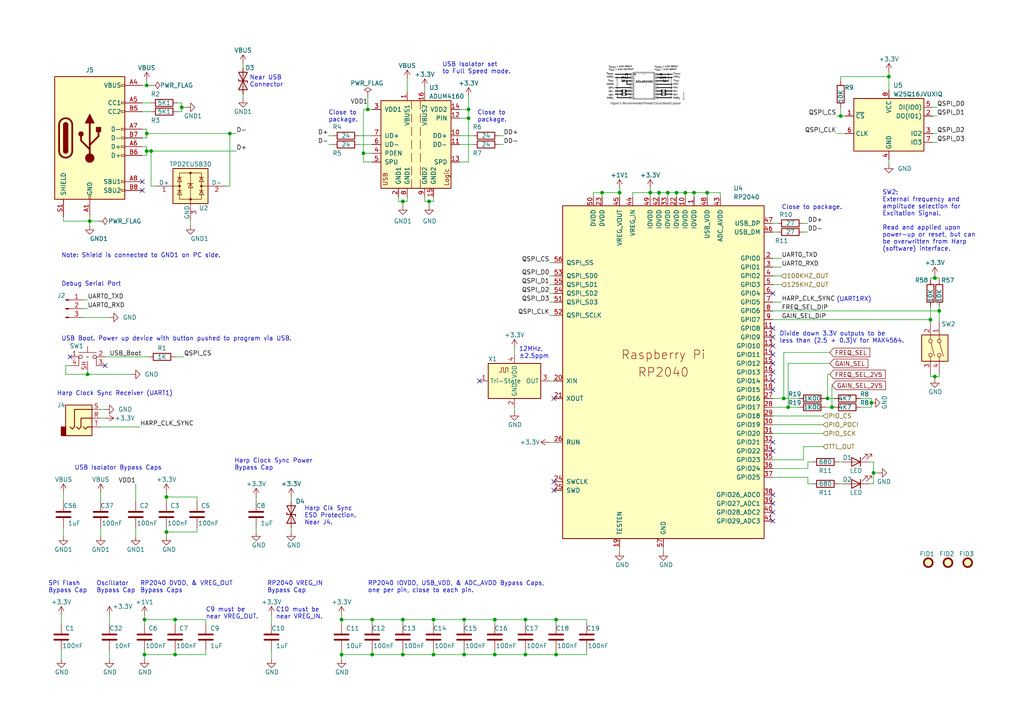
<source format=kicad_sch>
(kicad_sch (version 20230121) (generator eeschema)
  (paper "A4")
  (title_block (title "Lickety Split Capacitive Lick Detector") (date "2023-09-01") (rev "0.6") (company "The Allen Institute for Neural Dynamics"))
  (junction (at 52.705 31.115))
  (junction (at 272.415 90.17))
  (junction (at 174.625 55.88))
  (junction (at 191.135 55.88))
  (junction (at 50.8 179.705))
  (junction (at 201.295 55.88))
  (junction (at 116.84 58.42))
  (junction (at 105.41 44.45))
  (junction (at 107.95 189.865))
  (junction (at 253.365 137.16))
  (junction (at 271.145 109.22))
  (junction (at 99.06 189.865))
  (junction (at 41.91 179.705))
  (junction (at 25.4 108.585))
  (junction (at 179.705 55.88))
  (junction (at 99.06 179.705))
  (junction (at 227.33 115.57))
  (junction (at 134.62 189.865))
  (junction (at 43.815 43.815))
  (junction (at 116.84 189.865))
  (junction (at 152.4 189.865))
  (junction (at 161.29 179.705))
  (junction (at 243.84 33.655))
  (junction (at 134.62 179.705))
  (junction (at 26.035 64.135))
  (junction (at 42.545 43.815))
  (junction (at 240.03 115.57))
  (junction (at 125.73 179.705))
  (junction (at 228.6 118.11))
  (junction (at 41.91 189.865))
  (junction (at 116.84 179.705))
  (junction (at 152.4 179.705))
  (junction (at 205.105 55.88))
  (junction (at 42.545 38.735))
  (junction (at 193.675 55.88))
  (junction (at 50.8 189.865))
  (junction (at 241.3 118.11))
  (junction (at 48.26 154.305))
  (junction (at 143.51 179.705))
  (junction (at 196.215 55.88))
  (junction (at 135.89 31.75))
  (junction (at 107.95 179.705))
  (junction (at 42.545 24.765))
  (junction (at 66.675 38.735))
  (junction (at 252.73 116.84))
  (junction (at 124.46 58.42))
  (junction (at 271.145 80.645))
  (junction (at 161.29 189.865))
  (junction (at 188.595 55.88))
  (junction (at 257.81 22.225))
  (junction (at 269.875 92.71))
  (junction (at 125.73 189.865))
  (junction (at 198.755 55.88))
  (junction (at 48.26 144.145))
  (junction (at 106.68 31.75))
  (junction (at 143.51 189.865))
  (junction (at 135.89 34.29))
  (no_connect (at 41.275 55.245))
  (no_connect (at 224.155 130.81))
  (no_connect (at 224.155 95.25))
  (no_connect (at 224.155 110.49))
  (no_connect (at 224.155 113.03))
  (no_connect (at 224.155 102.87))
  (no_connect (at 224.155 148.59))
  (no_connect (at 224.155 107.95))
  (no_connect (at 20.32 103.505))
  (no_connect (at 224.155 146.05))
  (no_connect (at 224.155 143.51))
  (no_connect (at 224.155 151.13))
  (no_connect (at 224.155 128.27))
  (no_connect (at 30.48 106.045))
  (no_connect (at 160.655 115.57))
  (no_connect (at 224.155 105.41))
  (no_connect (at 224.155 85.09))
  (no_connect (at 224.155 97.79))
  (no_connect (at 41.275 52.705))
  (no_connect (at 160.655 139.7))
  (no_connect (at 224.155 100.33))
  (no_connect (at 160.655 142.24))
  (no_connect (at 139.065 110.49))
  (wire (pts (xy 243.84 22.225) (xy 257.81 22.225)))
  (wire (pts (xy 234.315 138.43) (xy 224.155 138.43)))
  (wire (pts (xy 31.75 178.435) (xy 31.75 180.975)))
  (wire (pts (xy 269.875 88.9) (xy 269.875 92.71)))
  (wire (pts (xy 57.15 154.305) (xy 57.15 153.035)))
  (wire (pts (xy 95.25 39.37) (xy 96.52 39.37)))
  (wire (pts (xy 104.14 39.37) (xy 107.95 39.37)))
  (wire (pts (xy 106.68 27.94) (xy 106.68 31.75)))
  (wire (pts (xy 196.215 55.88) (xy 196.215 57.15)))
  (wire (pts (xy 193.675 55.88) (xy 196.215 55.88)))
  (wire (pts (xy 257.81 22.225) (xy 257.81 26.035)))
  (wire (pts (xy 243.84 23.495) (xy 243.84 22.225)))
  (wire (pts (xy 99.06 179.705) (xy 99.06 180.975)))
  (wire (pts (xy 25.4 107.315) (xy 25.4 108.585)))
  (wire (pts (xy 41.91 179.705) (xy 50.8 179.705)))
  (wire (pts (xy 124.46 58.42) (xy 125.73 58.42)))
  (wire (pts (xy 123.19 58.42) (xy 124.46 58.42)))
  (wire (pts (xy 18.415 153.035) (xy 18.415 155.575)))
  (wire (pts (xy 252.095 133.985) (xy 253.365 133.985)))
  (wire (pts (xy 18.415 62.865) (xy 18.415 64.135)))
  (wire (pts (xy 42.545 42.545) (xy 42.545 43.815)))
  (wire (pts (xy 39.37 140.335) (xy 39.37 145.415)))
  (wire (pts (xy 42.545 43.815) (xy 42.545 45.085)))
  (wire (pts (xy 253.365 137.16) (xy 254.635 137.16)))
  (wire (pts (xy 30.48 103.505) (xy 43.18 103.505)))
  (wire (pts (xy 270.51 38.735) (xy 271.78 38.735)))
  (wire (pts (xy 144.78 41.91) (xy 146.05 41.91)))
  (wire (pts (xy 252.73 115.57) (xy 252.73 116.84)))
  (wire (pts (xy 253.365 137.16) (xy 253.365 140.335)))
  (wire (pts (xy 107.95 188.595) (xy 107.95 189.865)))
  (wire (pts (xy 48.26 142.875) (xy 48.26 144.145)))
  (wire (pts (xy 243.84 31.115) (xy 243.84 33.655)))
  (wire (pts (xy 143.51 179.705) (xy 143.51 180.975)))
  (wire (pts (xy 19.05 108.585) (xy 19.05 106.045)))
  (wire (pts (xy 134.62 179.705) (xy 143.51 179.705)))
  (wire (pts (xy 29.21 123.825) (xy 40.64 123.825)))
  (wire (pts (xy 224.155 115.57) (xy 227.33 115.57)))
  (wire (pts (xy 125.73 180.975) (xy 125.73 179.705)))
  (wire (pts (xy 170.18 188.595) (xy 170.18 189.865)))
  (wire (pts (xy 160.655 80.01) (xy 159.385 80.01)))
  (wire (pts (xy 269.875 80.645) (xy 269.875 81.28)))
  (wire (pts (xy 18.415 142.875) (xy 18.415 145.415)))
  (wire (pts (xy 134.62 189.865) (xy 125.73 189.865)))
  (wire (pts (xy 224.155 123.19) (xy 238.76 123.19)))
  (wire (pts (xy 39.37 153.035) (xy 39.37 155.575)))
  (wire (pts (xy 116.84 179.705) (xy 116.84 180.975)))
  (wire (pts (xy 143.51 188.595) (xy 143.51 189.865)))
  (wire (pts (xy 269.875 109.22) (xy 269.875 108.585)))
  (wire (pts (xy 66.675 38.735) (xy 66.675 53.975)))
  (wire (pts (xy 160.655 82.55) (xy 159.385 82.55)))
  (wire (pts (xy 201.295 55.88) (xy 201.295 57.15)))
  (wire (pts (xy 123.19 57.15) (xy 123.19 58.42)))
  (wire (pts (xy 252.095 140.335) (xy 253.365 140.335)))
  (wire (pts (xy 125.73 188.595) (xy 125.73 189.865)))
  (wire (pts (xy 227.33 102.235) (xy 227.33 115.57)))
  (wire (pts (xy 224.155 67.31) (xy 225.425 67.31)))
  (wire (pts (xy 133.35 41.91) (xy 137.16 41.91)))
  (wire (pts (xy 115.57 57.15) (xy 115.57 58.42)))
  (wire (pts (xy 135.89 31.75) (xy 133.35 31.75)))
  (wire (pts (xy 239.395 115.57) (xy 240.03 115.57)))
  (wire (pts (xy 224.155 133.35) (xy 233.045 133.35)))
  (wire (pts (xy 242.57 33.655) (xy 243.84 33.655)))
  (wire (pts (xy 188.595 55.88) (xy 183.515 55.88)))
  (wire (pts (xy 198.755 55.88) (xy 201.295 55.88)))
  (wire (pts (xy 42.545 45.085) (xy 41.275 45.085)))
  (wire (pts (xy 125.73 189.865) (xy 116.84 189.865)))
  (wire (pts (xy 188.595 55.88) (xy 191.135 55.88)))
  (wire (pts (xy 208.915 55.88) (xy 205.105 55.88)))
  (wire (pts (xy 43.815 53.975) (xy 45.085 53.975)))
  (wire (pts (xy 233.045 64.77) (xy 234.315 64.77)))
  (wire (pts (xy 41.91 189.865) (xy 41.91 191.135)))
  (wire (pts (xy 59.69 189.865) (xy 59.69 188.595)))
  (wire (pts (xy 243.205 140.335) (xy 244.475 140.335)))
  (wire (pts (xy 116.84 58.42) (xy 116.84 59.69)))
  (wire (pts (xy 196.215 55.88) (xy 198.755 55.88)))
  (wire (pts (xy 205.105 55.88) (xy 201.295 55.88)))
  (wire (pts (xy 133.35 34.29) (xy 135.89 34.29)))
  (wire (pts (xy 19.05 108.585) (xy 25.4 108.585)))
  (wire (pts (xy 243.84 33.655) (xy 245.11 33.655)))
  (wire (pts (xy 42.545 24.765) (xy 41.275 24.765)))
  (wire (pts (xy 271.145 109.22) (xy 271.145 109.855)))
  (wire (pts (xy 42.545 23.495) (xy 42.545 24.765)))
  (wire (pts (xy 174.625 55.88) (xy 174.625 57.15)))
  (wire (pts (xy 105.41 46.99) (xy 105.41 44.45)))
  (wire (pts (xy 51.435 29.845) (xy 52.705 29.845)))
  (wire (pts (xy 70.485 27.305) (xy 70.485 28.575)))
  (wire (pts (xy 48.26 154.305) (xy 57.15 154.305)))
  (wire (pts (xy 43.815 24.765) (xy 42.545 24.765)))
  (wire (pts (xy 271.145 80.645) (xy 272.415 80.645)))
  (wire (pts (xy 70.485 18.415) (xy 70.485 19.685)))
  (wire (pts (xy 224.155 90.17) (xy 272.415 90.17)))
  (wire (pts (xy 179.705 55.88) (xy 174.625 55.88)))
  (wire (pts (xy 50.8 179.705) (xy 59.69 179.705)))
  (wire (pts (xy 224.155 82.55) (xy 226.695 82.55)))
  (wire (pts (xy 234.315 135.89) (xy 234.315 133.985)))
  (wire (pts (xy 152.4 188.595) (xy 152.4 189.865)))
  (wire (pts (xy 55.245 64.135) (xy 55.245 65.405)))
  (wire (pts (xy 243.205 133.985) (xy 244.475 133.985)))
  (wire (pts (xy 252.73 116.84) (xy 252.73 118.11)))
  (wire (pts (xy 271.145 80.645) (xy 269.875 80.645)))
  (wire (pts (xy 118.11 57.15) (xy 118.11 58.42)))
  (wire (pts (xy 74.295 144.145) (xy 74.295 145.415)))
  (wire (pts (xy 144.78 39.37) (xy 146.05 39.37)))
  (wire (pts (xy 50.8 180.975) (xy 50.8 179.705)))
  (wire (pts (xy 198.755 55.88) (xy 198.755 57.15)))
  (wire (pts (xy 78.74 188.595) (xy 78.74 191.135)))
  (wire (pts (xy 43.815 43.815) (xy 43.815 53.975)))
  (wire (pts (xy 241.3 118.11) (xy 241.935 118.11)))
  (wire (pts (xy 135.89 34.29) (xy 135.89 46.99)))
  (wire (pts (xy 228.6 118.11) (xy 231.775 118.11)))
  (wire (pts (xy 174.625 55.88) (xy 172.085 55.88)))
  (wire (pts (xy 41.91 188.595) (xy 41.91 189.865)))
  (wire (pts (xy 159.385 91.44) (xy 160.655 91.44)))
  (wire (pts (xy 161.29 189.865) (xy 170.18 189.865)))
  (wire (pts (xy 272.415 88.9) (xy 272.415 90.17)))
  (wire (pts (xy 249.555 118.11) (xy 252.73 118.11)))
  (wire (pts (xy 42.545 38.735) (xy 66.675 38.735)))
  (wire (pts (xy 105.41 44.45) (xy 105.41 31.75)))
  (wire (pts (xy 183.515 55.88) (xy 183.515 57.15)))
  (wire (pts (xy 133.35 39.37) (xy 137.16 39.37)))
  (wire (pts (xy 24.13 89.535) (xy 25.4 89.535)))
  (wire (pts (xy 159.385 128.27) (xy 160.655 128.27)))
  (wire (pts (xy 118.11 58.42) (xy 116.84 58.42)))
  (wire (pts (xy 224.155 80.01) (xy 226.695 80.01)))
  (wire (pts (xy 26.035 64.135) (xy 28.575 64.135)))
  (wire (pts (xy 272.415 109.22) (xy 271.145 109.22)))
  (wire (pts (xy 52.705 32.385) (xy 52.705 31.115)))
  (wire (pts (xy 179.705 55.88) (xy 179.705 57.15)))
  (wire (pts (xy 135.89 46.99) (xy 133.35 46.99)))
  (wire (pts (xy 116.84 189.865) (xy 107.95 189.865)))
  (wire (pts (xy 25.4 108.585) (xy 38.1 108.585)))
  (wire (pts (xy 66.675 38.735) (xy 68.58 38.735)))
  (wire (pts (xy 42.545 40.005) (xy 41.275 40.005)))
  (wire (pts (xy 257.81 46.355) (xy 257.81 47.625)))
  (wire (pts (xy 191.135 55.88) (xy 191.135 57.15)))
  (wire (pts (xy 29.21 153.035) (xy 29.21 155.575)))
  (wire (pts (xy 179.705 54.61) (xy 179.705 55.88)))
  (wire (pts (xy 50.8 189.865) (xy 59.69 189.865)))
  (wire (pts (xy 17.78 188.595) (xy 17.78 191.135)))
  (wire (pts (xy 233.045 129.54) (xy 233.045 133.35)))
  (wire (pts (xy 179.705 158.75) (xy 179.705 160.02)))
  (wire (pts (xy 125.73 179.705) (xy 134.62 179.705)))
  (wire (pts (xy 84.455 153.035) (xy 84.455 154.305)))
  (wire (pts (xy 107.95 31.75) (xy 106.68 31.75)))
  (wire (pts (xy 188.595 54.61) (xy 188.595 55.88)))
  (wire (pts (xy 224.155 125.73) (xy 238.76 125.73)))
  (wire (pts (xy 118.11 22.86) (xy 118.11 26.67)))
  (wire (pts (xy 99.06 188.595) (xy 99.06 189.865)))
  (wire (pts (xy 234.315 140.335) (xy 234.315 138.43)))
  (wire (pts (xy 227.33 115.57) (xy 231.775 115.57)))
  (wire (pts (xy 152.4 180.975) (xy 152.4 179.705)))
  (wire (pts (xy 99.06 179.705) (xy 107.95 179.705)))
  (wire (pts (xy 205.105 55.88) (xy 205.105 57.15)))
  (wire (pts (xy 41.91 189.865) (xy 50.8 189.865)))
  (wire (pts (xy 107.95 46.99) (xy 105.41 46.99)))
  (wire (pts (xy 149.225 118.11) (xy 149.225 119.38)))
  (wire (pts (xy 152.4 189.865) (xy 161.29 189.865)))
  (wire (pts (xy 52.705 31.115) (xy 52.705 29.845)))
  (wire (pts (xy 24.13 86.995) (xy 25.4 86.995)))
  (wire (pts (xy 228.6 105.41) (xy 228.6 118.11)))
  (wire (pts (xy 224.155 74.93) (xy 226.695 74.93)))
  (wire (pts (xy 161.29 179.705) (xy 152.4 179.705)))
  (wire (pts (xy 143.51 189.865) (xy 134.62 189.865)))
  (wire (pts (xy 208.915 57.15) (xy 208.915 55.88)))
  (wire (pts (xy 17.78 178.435) (xy 17.78 180.975)))
  (wire (pts (xy 188.595 55.88) (xy 188.595 57.15)))
  (wire (pts (xy 224.155 120.65) (xy 238.76 120.65)))
  (wire (pts (xy 159.385 110.49) (xy 160.655 110.49)))
  (wire (pts (xy 224.155 77.47) (xy 226.695 77.47)))
  (wire (pts (xy 253.365 133.985) (xy 253.365 137.16)))
  (wire (pts (xy 161.29 180.975) (xy 161.29 179.705)))
  (wire (pts (xy 234.315 133.985) (xy 235.585 133.985)))
  (wire (pts (xy 271.145 109.22) (xy 269.875 109.22)))
  (wire (pts (xy 123.19 25.4) (xy 123.19 26.67)))
  (wire (pts (xy 41.91 178.435) (xy 41.91 179.705)))
  (wire (pts (xy 238.76 129.54) (xy 233.045 129.54)))
  (wire (pts (xy 224.155 135.89) (xy 234.315 135.89)))
  (wire (pts (xy 48.26 153.035) (xy 48.26 154.305)))
  (wire (pts (xy 18.415 64.135) (xy 26.035 64.135)))
  (wire (pts (xy 57.15 145.415) (xy 57.15 144.145)))
  (wire (pts (xy 41.275 29.845) (xy 43.815 29.845)))
  (wire (pts (xy 29.21 142.875) (xy 29.21 145.415)))
  (wire (pts (xy 224.155 87.63) (xy 226.695 87.63)))
  (wire (pts (xy 26.035 62.865) (xy 26.035 64.135)))
  (wire (pts (xy 143.51 179.705) (xy 152.4 179.705)))
  (wire (pts (xy 270.51 33.655) (xy 271.78 33.655)))
  (wire (pts (xy 48.26 154.305) (xy 48.26 155.575)))
  (wire (pts (xy 116.84 188.595) (xy 116.84 189.865)))
  (wire (pts (xy 116.84 58.42) (xy 115.57 58.42)))
  (wire (pts (xy 193.675 55.88) (xy 193.675 57.15)))
  (wire (pts (xy 170.18 180.975) (xy 170.18 179.705)))
  (wire (pts (xy 270.51 31.115) (xy 271.78 31.115)))
  (wire (pts (xy 224.155 64.77) (xy 225.425 64.77)))
  (wire (pts (xy 29.21 118.745) (xy 30.48 118.745)))
  (wire (pts (xy 41.275 37.465) (xy 42.545 37.465)))
  (wire (pts (xy 42.545 37.465) (xy 42.545 38.735)))
  (wire (pts (xy 99.06 189.865) (xy 107.95 189.865)))
  (wire (pts (xy 160.655 87.63) (xy 159.385 87.63)))
  (wire (pts (xy 159.385 76.2) (xy 160.655 76.2)))
  (wire (pts (xy 42.545 43.815) (xy 43.815 43.815)))
  (wire (pts (xy 24.13 92.075) (xy 31.75 92.075)))
  (wire (pts (xy 272.415 80.645) (xy 272.415 81.28)))
  (wire (pts (xy 241.3 111.76) (xy 241.3 118.11)))
  (wire (pts (xy 161.29 189.865) (xy 161.29 188.595)))
  (wire (pts (xy 172.085 55.88) (xy 172.085 57.15)))
  (wire (pts (xy 235.585 140.335) (xy 234.315 140.335)))
  (wire (pts (xy 152.4 189.865) (xy 143.51 189.865)))
  (wire (pts (xy 41.91 179.705) (xy 41.91 180.975)))
  (wire (pts (xy 107.95 179.705) (xy 107.95 180.975)))
  (wire (pts (xy 135.89 27.94) (xy 135.89 31.75)))
  (wire (pts (xy 106.68 31.75) (xy 105.41 31.75)))
  (wire (pts (xy 134.62 179.705) (xy 134.62 180.975)))
  (wire (pts (xy 191.135 55.88) (xy 193.675 55.88)))
  (wire (pts (xy 74.295 153.035) (xy 74.295 154.305)))
  (wire (pts (xy 78.74 178.435) (xy 78.74 180.975)))
  (wire (pts (xy 84.455 144.145) (xy 84.455 145.415)))
  (wire (pts (xy 233.045 67.31) (xy 234.315 67.31)))
  (wire (pts (xy 50.8 189.865) (xy 50.8 188.595)))
  (wire (pts (xy 51.435 32.385) (xy 52.705 32.385)))
  (wire (pts (xy 240.665 102.235) (xy 227.33 102.235)))
  (wire (pts (xy 249.555 115.57) (xy 252.73 115.57)))
  (wire (pts (xy 240.665 105.41) (xy 228.6 105.41)))
  (wire (pts (xy 99.06 189.865) (xy 99.06 191.135)))
  (wire (pts (xy 242.57 38.735) (xy 245.11 38.735)))
  (wire (pts (xy 31.75 188.595) (xy 31.75 191.135)))
  (wire (pts (xy 52.705 31.115) (xy 53.975 31.115)))
  (wire (pts (xy 19.05 106.045) (xy 20.32 106.045)))
  (wire (pts (xy 272.415 108.585) (xy 272.415 109.22)))
  (wire (pts (xy 41.275 42.545) (xy 42.545 42.545)))
  (wire (pts (xy 160.655 85.09) (xy 159.385 85.09)))
  (wire (pts (xy 192.405 158.75) (xy 192.405 160.02)))
  (wire (pts (xy 269.875 92.71) (xy 269.875 93.345)))
  (wire (pts (xy 125.73 58.42) (xy 125.73 57.15)))
  (wire (pts (xy 41.275 32.385) (xy 43.815 32.385)))
  (wire (pts (xy 134.62 188.595) (xy 134.62 189.865)))
  (wire (pts (xy 59.69 180.975) (xy 59.69 179.705)))
  (wire (pts (xy 48.26 144.145) (xy 48.26 145.415)))
  (wire (pts (xy 116.84 179.705) (xy 125.73 179.705)))
  (wire (pts (xy 104.14 41.91) (xy 107.95 41.91)))
  (wire (pts (xy 239.395 118.11) (xy 241.3 118.11)))
  (wire (pts (xy 272.415 90.17) (xy 272.415 93.345)))
  (wire (pts (xy 257.81 20.955) (xy 257.81 22.225)))
  (wire (pts (xy 107.95 44.45) (xy 105.41 44.45)))
  (wire (pts (xy 124.46 58.42) (xy 124.46 59.69)))
  (wire (pts (xy 57.15 144.145) (xy 48.26 144.145)))
  (wire (pts (xy 224.155 118.11) (xy 228.6 118.11)))
  (wire (pts (xy 43.815 43.815) (xy 68.58 43.815)))
  (wire (pts (xy 29.21 121.285) (xy 30.48 121.285)))
  (wire (pts (xy 149.225 100.965) (xy 149.225 102.87)))
  (wire (pts (xy 66.675 53.975) (xy 65.405 53.975)))
  (wire (pts (xy 42.545 38.735) (xy 42.545 40.005)))
  (wire (pts (xy 170.18 179.705) (xy 161.29 179.705)))
  (wire (pts (xy 240.03 108.585) (xy 240.03 115.57)))
  (wire (pts (xy 95.25 41.91) (xy 96.52 41.91)))
  (wire (pts (xy 270.51 41.275) (xy 271.78 41.275)))
  (wire (pts (xy 240.03 115.57) (xy 241.935 115.57)))
  (wire (pts (xy 116.84 179.705) (xy 107.95 179.705)))
  (wire (pts (xy 26.035 64.135) (xy 26.035 65.405)))
  (wire (pts (xy 240.03 108.585) (xy 240.665 108.585)))
  (wire (pts (xy 271.145 80.01) (xy 271.145 80.645)))
  (wire (pts (xy 50.8 103.505) (xy 53.34 103.505)))
  (wire (pts (xy 99.06 178.435) (xy 99.06 179.705)))
  (wire (pts (xy 224.155 92.71) (xy 269.875 92.71)))
  (wire (pts (xy 135.89 31.75) (xy 135.89 34.29)))
  (image (at 186.69 24.765) (scale 0.172608))
  (text "Close to\npackage." (at 95.25 35.56 0) (effects (font (size 1.27 1.27)) (justify left bottom)))
  (text "Close to\npackage." (at 138.43 35.56 0) (effects (font (size 1.27 1.27)) (justify left bottom)))
  (text "Near USB\nConnector" (at 72.39 25.4 0) (effects (font (size 1.27 1.27)) (justify left bottom)))
  (text "Close to package." (at 226.695 60.96 0) (effects (font (size 1.27 1.27)) (justify left bottom)))
  (text "(UART1RX)" (at 242.57 87.63 0) (effects (font (size 1.27 1.27)) (justify left bottom)))
  (text "Harp Clk Sync\nESD Protection.\nNear J4." (at 88.265 152.4 0) (effects (font (size 1.27 1.27)) (justify left bottom)))
  (text "RP2040 VREG_IN\nBypass Cap" (at 77.47 172.085 0) (effects (font (size 1.27 1.27)) (justify left bottom)))
  (text "Oscillator\nBypass Cap" (at 27.94 172.085 0) (effects (font (size 1.27 1.27)) (justify left bottom)))
  (text "Harp Clock Sync Power\nBypass Cap" (at 67.945 136.525 0) (effects (font (size 1.27 1.27)) (justify left bottom)))
  (text "C10 must be \nnear VREG_IN." (at 80.01 179.705 0) (effects (font (size 1.27 1.27)) (justify left bottom)))
  (text "RP2040 DVDD, & VREG_OUT \nBypass Caps" (at 40.64 172.085 0) (effects (font (size 1.27 1.27)) (justify left bottom)))
  (text "Debug Serial Port" (at 17.78 83.185 0) (effects (font (size 1.27 1.27)) (justify left bottom)))
  (text "USB Boot. Power up device with button pushed to program via USB." (at 17.78 99.06 0) (effects (font (size 1.27 1.27)) (justify left bottom)))
  (text "Divide down 3.3V outputs to be\nless than (2.5 + 0.3)V for MAX4564." (at 226.06 99.695 0) (effects (font (size 1.27 1.27)) (justify left bottom)))
  (text "C9 must be \nnear VREG_OUT." (at 59.69 179.705 0) (effects (font (size 1.27 1.27)) (justify left bottom)))
  (text "Harp Clock Sync Receiver (UART1)" (at 16.51 114.935 0) (effects (font (size 1.27 1.27)) (justify left bottom)))
  (text "12MHz,\n±2.5ppm" (at 150.495 104.14 0) (effects (font (size 1.27 1.27)) (justify left bottom)))
  (text "Note: Shield is connected to GND1 on PC side." (at 17.78 74.93 0) (effects (font (size 1.27 1.27)) (justify left bottom)))
  (text "RP2040 IOVDD, USB_VDD, & ADC_AVDD Bypass Caps, \none per pin, close to each pin." (at 106.68 172.085 0) (effects (font (size 1.27 1.27)) (justify left bottom)))
  (text "USB Isolator Bypass Caps" (at 21.59 136.525 0) (effects (font (size 1.27 1.27)) (justify left bottom)))
  (text "SW2:\nExternal frequency and \namplitude selection for\nExcitation Signal.\n\nRead and applied upon\npower-up or reset, but can\nbe overwritten from Harp\n(software) interface." (at 255.905 73.025 0) (effects (font (size 1.27 1.27)) (justify left bottom)))
  (text "SPI Flash\nBypass Cap" (at 13.97 172.085 0) (effects (font (size 1.27 1.27)) (justify left bottom)))
  (text "USB Isolator set\nto Full Speed mode." (at 128.27 21.59 0) (effects (font (size 1.27 1.27)) (justify left bottom)))
  (label "HARP_CLK_SYNC" (at 40.64 123.825 0))
  (label "QSPI_CS" (at 53.34 103.505 0))
  (label "UART0_TXD" (at 226.695 74.93 0))
  (label "QSPI_D3" (at 159.385 87.63 180))
  (label "QSPI_D2" (at 159.385 85.09 180))
  (label "D-" (at 95.25 41.91 180))
  (label "UART0_RXD" (at 25.4 89.535 0))
  (label "QSPI_D1" (at 159.385 82.55 180))
  (label "QSPI_D0" (at 271.78 31.115 0))
  (label "FREQ_SEL_DIP" (at 226.695 90.17 0))
  (label "DD-" (at 146.05 41.91 0))
  (label "QSPI_D3" (at 271.78 41.275 0))
  (label "DD+" (at 146.05 39.37 0))
  (label "HARP_CLK_SYNC" (at 226.695 87.63 0))
  (label "QSPI_CS" (at 242.57 33.655 180))
  (label "USB_Boot" (at 31.75 103.505 0))
  (label "UART0_TXD" (at 25.4 86.995 0))
  (label "QSPI_CLK" (at 242.57 38.735 180))
  (label "DD-" (at 234.315 67.31 0))
  (label "UART0_RXD" (at 226.695 77.47 0))
  (label "D-" (at 68.58 38.735 0))
  (label "QSPI_D2" (at 271.78 38.735 0))
  (label "VDD1" (at 106.68 30.48 180))
  (label "VDD1" (at 39.37 140.335 180))
  (label "GAIN_SEL_DIP" (at 226.695 92.71 0))
  (label "D+" (at 68.58 43.815 0))
  (label "D+" (at 95.25 39.37 180))
  (label "QSPI_D1" (at 271.78 33.655 0))
  (label "QSPI_D0" (at 159.385 80.01 180))
  (label "QSPI_CLK" (at 159.385 91.44 180))
  (label "QSPI_CS" (at 159.385 76.2 180))
  (label "DD+" (at 234.315 64.77 0))
  (global_label "GAIN_SEL_2V5" (shape input) (at 241.3 111.76 0) (property "Intersheetrefs" "${INTERSHEET_REFS}" (effects hide)))
  (global_label "GAIN_SEL" (shape input) (at 240.665 105.41 0) (property "Intersheetrefs" "${INTERSHEET_REFS}" (effects hide)))
  (global_label "FREQ_SEL_2V5" (shape input) (at 240.665 108.585 0) (property "Intersheetrefs" "${INTERSHEET_REFS}" (effects hide)))
  (global_label "FREQ_SEL" (shape input) (at 240.665 102.235 0) (property "Intersheetrefs" "${INTERSHEET_REFS}" (effects hide)))
  (hierarchical_label "PIO_SCK" (shape input) (at 238.76 125.73 0))
  (hierarchical_label "100KHZ_OUT" (shape input) (at 226.695 80.01 0))
  (hierarchical_label "125KHZ_OUT" (shape input) (at 226.695 82.55 0))
  (hierarchical_label "TTL_OUT" (shape input) (at 238.76 129.54 0))
  (hierarchical_label "PIO_POCI" (shape input) (at 238.76 123.19 0))
  (hierarchical_label "PIO_CS" (shape input) (at 238.76 120.65 0))
  (symbol (lib_id "power:+3.3V") (at 135.89 27.94 0) (unit 1)
    (property "Reference" "#PWR029" (effects hide))
    (property "Value" "+3.3V" (at 135.89 24.13 0))
  )
  (symbol (lib_id "Device:R") (at 47.625 32.385 90) (unit 1)
    (property "Reference" "R3" (at 45.085 34.925 90))
    (property "Value" "5K1" (at 47.625 32.385 90))
    (property "Footprint" "Resistor_SMD:R_0402_1005Metric" (effects hide))
    (property "Datasheet" "https://www.yageo.com/upload/media/product/productsearch/datasheet/rchip/PYu-RT_1-to-0.01_RoHS_L_13.pdf" (effects hide))
    (property "Link" "https://www.digikey.com/en/products/detail/yageo/RT0402FRE075K1L/1072083" (effects hide))
    (property "Manufacturer" "Yageo" (effects hide))
    (property "Manufacturer Number" "RT0402FRE075K1L" (effects hide))
    (property "Tolerance" "1%" (effects hide))
    (property "PCBWay Link" "https://www.pcbway.com/components/detail/RT0402FRE075K1L/449762/" (effects hide))
  )
  (symbol (lib_id "power:GND") (at 84.455 154.305 0) (unit 1)
    (property "Reference" "#PWR095" (effects hide))
    (property "Value" "GND" (at 83.185 158.115 0) (effects (justify left)))
  )
  (symbol (lib_id "Mechanical:Fiducial") (at 269.24 163.195 0) (unit 1)
    (property "Reference" "FID1" (at 266.7 160.655 0) (effects (justify left)))
    (property "Value" "Fiducial" (effects hide))
    (property "Footprint" "Fiducial:Fiducial_0.5mm_Mask1mm" (effects hide))
    (property "Datasheet" "n/a" (effects hide))
    (property "Link" "n/a" (effects hide))
    (property "Manufacturer" "n/a" (effects hide))
    (property "Manufacturer Number" "n/a" (effects hide))
  )
  (symbol (lib_id "power:GND1") (at 70.485 28.575 0) (unit 1)
    (property "Reference" "#PWR079" (effects hide))
    (property "Value" "GND1" (at 70.485 32.385 0))
  )
  (symbol (lib_id "Device:R") (at 243.84 27.305 180) (unit 1)
    (property "Reference" "R9" (at 247.65 25.4 0) (effects (justify left)))
    (property "Value" "10K" (at 243.84 26.035 90) (effects (justify left)))
    (property "Footprint" "Resistor_SMD:R_0402_1005Metric" (effects hide))
    (property "Datasheet" "https://www.koaspeer.com/pdfs/SG73P.pdf" (effects hide))
    (property "Link" "https://www.digikey.com/en/products/detail/koa-speer-electronics-inc/SG73P1EWTTP1002F/14316756" (effects hide))
    (property "Manufacturer" "KOA Speer Electronics, Inc." (effects hide))
    (property "Manufacturer Number" "SG73P1EWTTP1002F" (effects hide))
  )
  (symbol (lib_id "Device:R") (at 100.33 41.91 90) (unit 1)
    (property "Reference" "R5" (at 97.79 44.45 90))
    (property "Value" "24" (at 100.33 41.91 90))
    (property "Footprint" "Resistor_SMD:R_0402_1005Metric" (effects hide))
    (property "Datasheet" "https://www.yageo.com/upload/media/product/productsearch/datasheet/rchip/PYu-AC_51_RoHS_L_10.pdf" (effects hide))
    (property "Link" "https://www.digikey.com/en/products/detail/yageo/AC0402FR-0724RL/5895214" (effects hide))
    (property "Manufacturer" "Yageo" (effects hide))
    (property "Manufacturer Number" "AC0402FR-0724RL" (effects hide))
    (property "Tolerance" "1%" (effects hide))
  )
  (symbol (lib_id "Memory_Flash:W25Q128JVS") (at 257.81 36.195 0) (unit 1)
    (property "Reference" "U5" (at 259.08 24.765 0) (effects (justify left)))
    (property "Value" "W25Q16JVUXIQ" (at 259.08 27.305 0) (effects (justify left)))
    (property "Footprint" "kicad_component_library:Winbond-8USON-2x3mm" (effects hide))
    (property "Datasheet" "https://www.winbond.com/resource-files/w25q16jv%20spi%20revh%2004082019%20plus.pdf" (effects hide))
    (property "Link" "https://www.digikey.com/en/products/detail/winbond-electronics/W25Q16JVUXIQ-TR/15182017" (effects hide))
    (property "Manufacturer" "Winbond Electronics" (effects hide))
    (property "Manufacturer Number" "W25Q16JVUXIQ TR" (effects hide))
    (property "PCBWay Link" "https://www.pcbway.com/components" (effects hide))
  )
  (symbol (lib_id "power:GND") (at 252.73 116.84 90) (unit 1)
    (property "Reference" "#PWR0135" (effects hide))
    (property "Value" "GND" (at 256.54 118.745 0) (effects (justify left)))
  )
  (symbol (lib_id "Device:R") (at 235.585 118.11 270) (unit 1)
    (property "Reference" "R19" (at 230.505 116.84 90))
    (property "Value" "1K00" (at 235.585 118.11 90))
    (property "Footprint" "Resistor_SMD:R_0402_1005Metric" (effects hide))
    (property "Datasheet" "https://www.yageo.com/upload/media/product/app/datasheet/rchip/pyu-rt_1-to-0.01_rohs_l.pdf" (effects hide))
    (property "Tolerance" "0.1%" (effects hide))
    (property "Link" "https://www.digikey.com/en/products/detail/yageo/RT0402BRB071KL/5925998" (effects hide))
    (property "Manufacturer" "Yageo" (effects hide))
    (property "Manufacturer Number" "RT0402BRB071KL" (effects hide))
    (instances (project "harp_lick_detector_capactive" (path "" (reference "R19") (unit 1)) (path "" (reference "R75") (unit 1))))
  )
  (symbol (lib_id "Device:C") (at 41.91 184.785 180) (unit 1)
    (property "Reference" "C6" (at 45.72 182.245 0) (effects (justify left)))
    (property "Value" "100nF" (at 48.26 187.325 0) (effects (justify left)))
    (property "Footprint" "Capacitor_SMD:C_0402_1005Metric" (effects hide))
    (property "Datasheet" "http://www.passivecomponent.com/wp-content/uploads/datasheet/WTC_MLCC_General_Purpose.pdf" (effects hide))
    (property "Link" "https://www.digikey.com/en/products/detail/walsin-technology-corporation/0402B104K160CT/6707534" (effects hide))
    (property "Manufacturer" "Walson Technology Corporation" (effects hide))
    (property "Manufacturer Number" "0402B104K160CT" (effects hide))
    (property "Rated Voltage" "16V" (effects hide))
    (property "Temperature Coefficient" "X7R" (effects hide))
    (property "Tolerance" "10%" (effects hide))
    (property "PCBWay Link" "https://www.pcbway.com/components/detail/0402B104K160CT/307171/" (effects hide))
  )
  (symbol (lib_id "Mechanical:Fiducial") (at 274.955 163.195 0) (unit 1)
    (property "Reference" "FID2" (at 272.415 160.655 0) (effects (justify left)))
    (property "Value" "Fiducial" (effects hide))
    (property "Footprint" "Fiducial:Fiducial_0.5mm_Mask1mm" (effects hide))
    (property "Datasheet" "n/a" (effects hide))
    (property "Link" "n/a" (effects hide))
    (property "Manufacturer" "n/a" (effects hide))
    (property "Manufacturer Number" "n/a" (effects hide))
  )
  (symbol (lib_id "power:GND") (at 31.75 191.135 0) (unit 1)
    (property "Reference" "#PWR012" (effects hide))
    (property "Value" "GND" (at 29.845 194.945 0) (effects (justify left)))
  )
  (symbol (lib_id "Device:C") (at 31.75 184.785 180) (unit 1)
    (property "Reference" "C32" (at 35.56 182.245 0) (effects (justify left)))
    (property "Value" "10nF" (at 38.1 187.325 0) (effects (justify left)))
    (property "Footprint" "Capacitor_SMD:C_0402_1005Metric" (effects hide))
    (property "Datasheet" "https://www.yageo.com/upload/media/product/productsearch/datasheet/mlcc/UPY-GPHC_X7R_6.3V-to-250V_23.pdf" (effects hide))
    (property "Link" "https://www.digikey.com/en/products/detail/yageo/CC0402KPX7R8BB103/11490384" (effects hide))
    (property "Manufacturer" "Yageo" (effects hide))
    (property "Manufacturer Number" "CC0402KPX7R8BB103" (effects hide))
    (property "Rated Voltage" "25V" (effects hide))
    (property "Temperature Coefficient" "X7R" (effects hide))
    (property "Tolerance" "10%" (effects hide))
    (instances (project "harp_lick_detector_capactive" (path "" (reference "C32") (unit 1)) (path "" (reference "C4") (unit 1))))
  )
  (symbol (lib_id "Device:R") (at 235.585 115.57 270) (unit 1)
    (property "Reference" "R19" (at 230.505 114.3 90))
    (property "Value" "1K00" (at 235.585 115.57 90))
    (property "Footprint" "Resistor_SMD:R_0402_1005Metric" (effects hide))
    (property "Datasheet" "https://www.yageo.com/upload/media/product/app/datasheet/rchip/pyu-rt_1-to-0.01_rohs_l.pdf" (effects hide))
    (property "Tolerance" "0.1%" (effects hide))
    (property "Link" "https://www.digikey.com/en/products/detail/yageo/RT0402BRB071KL/5925998" (effects hide))
    (property "Manufacturer" "Yageo" (effects hide))
    (property "Manufacturer Number" "RT0402BRB071KL" (effects hide))
    (instances (project "harp_lick_detector_capactive" (path "" (reference "R19") (unit 1)) (path "" (reference "R74") (unit 1))))
  )
  (symbol (lib_id "power:GND1") (at 116.84 59.69 0) (unit 1)
    (property "Reference" "#PWR025" (effects hide))
    (property "Value" "GND1" (at 116.84 64.135 0))
  )
  (symbol (lib_id "power:GND1") (at 29.21 155.575 0) (unit 1)
    (property "Reference" "#PWR065" (effects hide))
    (property "Value" "GND1" (at 29.21 159.385 0))
  )
  (symbol (lib_id "power:+3.3V") (at 31.75 178.435 0) (unit 1)
    (property "Reference" "#PWR064" (effects hide))
    (property "Value" "+3.3V" (at 35.56 175.895 0))
  )
  (symbol (lib_id "power:GND") (at 38.1 108.585 90) (unit 1)
    (property "Reference" "#PWR010" (effects hide))
    (property "Value" "GND" (at 41.91 108.5849 90) (effects (justify right)))
  )
  (symbol (lib_id "Device:C") (at 48.26 149.225 180) (unit 1)
    (property "Reference" "C3" (at 52.07 146.685 0) (effects (justify left)))
    (property "Value" "100nF" (at 54.61 151.765 0) (effects (justify left)))
    (property "Footprint" "Capacitor_SMD:C_0402_1005Metric" (effects hide))
    (property "Datasheet" "http://www.passivecomponent.com/wp-content/uploads/datasheet/WTC_MLCC_General_Purpose.pdf" (effects hide))
    (property "Link" "https://www.digikey.com/en/products/detail/walsin-technology-corporation/0402B104K160CT/6707534" (effects hide))
    (property "Manufacturer" "Walson Technology Corporation" (effects hide))
    (property "Manufacturer Number" "0402B104K160CT" (effects hide))
    (property "Rated Voltage" "16V" (effects hide))
    (property "Temperature Coefficient" "X7R" (effects hide))
    (property "Tolerance" "10%" (effects hide))
    (property "PCBWay Link" "https://www.pcbway.com/components/detail/0402B104K160CT/307171/" (effects hide))
  )
  (symbol (lib_id "power:GND") (at 192.405 160.02 0) (unit 1)
    (property "Reference" "#PWR036" (effects hide))
    (property "Value" "GND" (at 191.135 163.83 0) (effects (justify left)))
  )
  (symbol (lib_id "Device:C") (at 134.62 184.785 180) (unit 1)
    (property "Reference" "C15" (at 138.43 182.245 0) (effects (justify left)))
    (property "Value" "100nF" (at 140.97 187.325 0) (effects (justify left)))
    (property "Footprint" "Capacitor_SMD:C_0402_1005Metric" (effects hide))
    (property "Datasheet" "http://www.passivecomponent.com/wp-content/uploads/datasheet/WTC_MLCC_General_Purpose.pdf" (effects hide))
    (property "Link" "https://www.digikey.com/en/products/detail/walsin-technology-corporation/0402B104K160CT/6707534" (effects hide))
    (property "Manufacturer" "Walson Technology Corporation" (effects hide))
    (property "Manufacturer Number" "0402B104K160CT" (effects hide))
    (property "Rated Voltage" "16V" (effects hide))
    (property "Temperature Coefficient" "X7R" (effects hide))
    (property "Tolerance" "10%" (effects hide))
    (property "PCBWay Link" "https://www.pcbway.com/components/detail/0402B104K160CT/307171/" (effects hide))
  )
  (symbol (lib_id "power:+3.3V") (at 257.81 20.955 0) (unit 1)
    (property "Reference" "#PWR037" (effects hide))
    (property "Value" "+3.3V" (at 257.81 17.145 0))
  )
  (symbol (lib_id "power:+3.3V") (at 48.26 142.875 0) (unit 1)
    (property "Reference" "#PWR05" (effects hide))
    (property "Value" "+3.3V" (at 48.26 139.065 0))
  )
  (symbol (lib_id "power:VBUS") (at 70.485 18.415 0) (unit 1)
    (property "Reference" "#PWR055" (effects hide))
    (property "Value" "VBUS" (at 70.485 14.605 0))
  )
  (symbol (lib_id "power:+1V1") (at 41.91 178.435 0) (unit 1)
    (property "Reference" "#PWR014" (effects hide))
    (property "Value" "+1V1" (at 41.91 174.625 0))
  )
  (symbol (lib_id "power:PWR_FLAG") (at 43.815 24.765 270) (unit 1)
    (property "Reference" "#FLG02" (effects hide))
    (property "Value" "PWR_FLAG" (at 46.355 24.765 90) (effects (justify left)))
  )
  (symbol (lib_id "Device:LED") (at 248.285 140.335 180) (unit 1)
    (property "Reference" "D2" (at 245.745 139.065 0))
    (property "Value" "LED" (at 248.285 142.875 0))
    (property "Footprint" "LED_SMD:LED_0603_1608Metric_Pad1.05x0.95mm_HandSolder" (effects hide))
    (property "Datasheet" "https://www.sunledusa.com/products/spec/XZCDGK53W-1VF.pdf" (effects hide))
    (property "Link" "https://www.digikey.com/en/products/detail/sunled/XZCDGK53W-1VF/15761905" (effects hide))
    (property "Notes" "2mA, 98mcd, green" (effects hide))
    (property "Manufacturer" "SunLED" (effects hide))
    (property "Manufacturer Number" "XZCDGK53W-1VF" (effects hide))
  )
  (symbol (lib_id "power:+3.3V") (at 271.145 80.01 0) (unit 1)
    (property "Reference" "#PWR08" (effects hide))
    (property "Value" "+3.3V" (at 271.145 76.2 0))
  )
  (symbol (lib_id "power:GND") (at 74.295 154.305 0) (unit 1)
    (property "Reference" "#PWR018" (effects hide))
    (property "Value" "GND" (at 73.025 158.115 0) (effects (justify left)))
  )
  (symbol (lib_id "power:+3.3V") (at 74.295 144.145 0) (unit 1)
    (property "Reference" "#PWR017" (effects hide))
    (property "Value" "+3.3V" (at 74.295 140.335 0))
  )
  (symbol (lib_id "Device:R") (at 229.235 64.77 90) (unit 1)
    (property "Reference" "R10" (at 227.965 62.23 90))
    (property "Value" "27" (at 229.235 64.77 90))
    (property "Footprint" "Resistor_SMD:R_0402_1005Metric" (effects hide))
    (property "Datasheet" "RC0402FR-0727RL" (effects hide))
    (property "Link" "https://www.digikey.com/en/products/detail/yageo/RC0402FR-0727RL/5280946" (effects hide))
    (property "Manufacturer" "Yageo" (effects hide))
    (property "Manufacturer Number" "RC0402FR-0727RL" (effects hide))
    (property "Tolerance" "1%" (effects hide))
    (property "PCBWay Link" "https://www.pcbway.com/components/detail/RC0402FR0727RL/656670/" (effects hide))
  )
  (symbol (lib_id "Power_Protection:TPD2EUSB30") (at 55.245 53.975 0) (unit 1)
    (property "Reference" "U2" (at 59.055 60.325 0))
    (property "Value" "TPD2EUSB30" (at 55.245 47.625 0))
    (property "Footprint" "Package_TO_SOT_SMD:Texas_DRT-3" (effects hide))
    (property "Datasheet" "http://www.ti.com/lit/ds/symlink/tpd2eusb30a.pdf" (effects hide))
    (property "Link" "https://www.digikey.com/en/products/detail/texas-instruments/TPD2EUSB30DRTR/2193486" (effects hide))
    (property "PCBWay Link" "https://www.pcbway.com/components/detail/TPD2EUSB30ADRTR/324861/" (effects hide))
    (property "Manufacturer" "Texas Instruments" (effects hide))
    (property "Manufacturer Number" "TPD2EUSB30DRTR" (effects hide))
  )
  (symbol (lib_id "power:+3.3V") (at 99.06 178.435 0) (unit 1)
    (property "Reference" "#PWR023" (effects hide))
    (property "Value" "+3.3V" (at 99.06 174.625 0))
  )
  (symbol (lib_id "power:GND1") (at 26.035 65.405 0) (unit 1)
    (property "Reference" "#PWR04" (effects hide))
    (property "Value" "GND1" (at 26.035 69.215 0) (effects (justify left)))
  )
  (symbol (lib_id "Device:C") (at 116.84 184.785 180) (unit 1)
    (property "Reference" "C13" (at 120.65 182.245 0) (effects (justify left)))
    (property "Value" "100nF" (at 123.19 187.325 0) (effects (justify left)))
    (property "Footprint" "Capacitor_SMD:C_0402_1005Metric" (effects hide))
    (property "Datasheet" "http://www.passivecomponent.com/wp-content/uploads/datasheet/WTC_MLCC_General_Purpose.pdf" (effects hide))
    (property "Link" "https://www.digikey.com/en/products/detail/walsin-technology-corporation/0402B104K160CT/6707534" (effects hide))
    (property "Manufacturer" "Walson Technology Corporation" (effects hide))
    (property "Manufacturer Number" "0402B104K160CT" (effects hide))
    (property "Rated Voltage" "16V" (effects hide))
    (property "Temperature Coefficient" "X7R" (effects hide))
    (property "Tolerance" "10%" (effects hide))
    (property "PCBWay Link" "https://www.pcbway.com/components/detail/0402B104K160CT/307171/" (effects hide))
  )
  (symbol (lib_id "power:VBUS") (at 18.415 142.875 0) (unit 1)
    (property "Reference" "#PWR0117" (effects hide))
    (property "Value" "VBUS" (at 18.415 139.065 0))
  )
  (symbol (lib_id "power:+3.3V") (at 123.19 25.4 0) (unit 1)
    (property "Reference" "#PWR027" (effects hide))
    (property "Value" "+3.3V" (at 123.19 21.59 0))
  )
  (symbol (lib_id "Device:R") (at 47.625 29.845 90) (unit 1)
    (property "Reference" "R2" (at 45.085 27.305 90))
    (property "Value" "5K1" (at 47.625 29.845 90))
    (property "Footprint" "Resistor_SMD:R_0402_1005Metric" (effects hide))
    (property "Datasheet" "https://www.yageo.com/upload/media/product/productsearch/datasheet/rchip/PYu-RT_1-to-0.01_RoHS_L_13.pdf" (effects hide))
    (property "Link" "https://www.digikey.com/en/products/detail/yageo/RT0402FRE075K1L/1072083" (effects hide))
    (property "Manufacturer" "Yageo" (effects hide))
    (property "Manufacturer Number" "RT0402FRE075K1L" (effects hide))
    (property "Tolerance" "1%" (effects hide))
    (property "PCBWay Link" "https://www.pcbway.com/components/detail/RT0402FRE075K1L/449762/" (effects hide))
  )
  (symbol (lib_id "Device:R") (at 269.875 85.09 180) (unit 1)
    (property "Reference" "R58" (at 269.24 81.28 0) (effects (justify left)))
    (property "Value" "10K" (at 269.875 83.82 90) (effects (justify left)))
    (property "Footprint" "Resistor_SMD:R_0402_1005Metric" (effects hide))
    (property "Datasheet" "https://www.koaspeer.com/pdfs/SG73P.pdf" (effects hide))
    (property "Link" "https://www.digikey.com/en/products/detail/koa-speer-electronics-inc/SG73P1EWTTP1002F/14316756" (effects hide))
    (property "Manufacturer" "KOA Speer Electronics, Inc." (effects hide))
    (property "Manufacturer Number" "SG73P1EWTTP1002F" (effects hide))
  )
  (symbol (lib_id "power:+3.3V") (at 78.74 178.435 0) (unit 1)
    (property "Reference" "#PWR021" (effects hide))
    (property "Value" "+3.3V" (at 78.74 174.625 0))
  )
  (symbol (lib_id "Device:R") (at 229.235 67.31 90) (unit 1)
    (property "Reference" "R11" (at 226.695 69.85 90))
    (property "Value" "27" (at 229.235 67.31 90))
    (property "Footprint" "Resistor_SMD:R_0402_1005Metric" (effects hide))
    (property "Datasheet" "RC0402FR-0727RL" (effects hide))
    (property "Link" "https://www.digikey.com/en/products/detail/yageo/RC0402FR-0727RL/5280946" (effects hide))
    (property "Manufacturer" "Yageo" (effects hide))
    (property "Manufacturer Number" "RC0402FR-0727RL" (effects hide))
    (property "Tolerance" "1%" (effects hide))
    (property "PCBWay Link" "https://www.pcbway.com/components/detail/RC0402FR0727RL/656670/" (effects hide))
  )
  (symbol (lib_id "power:GND") (at 99.06 191.135 0) (unit 1)
    (property "Reference" "#PWR024" (effects hide))
    (property "Value" "GND" (at 97.155 194.945 0) (effects (justify left)))
  )
  (symbol (lib_id "Device:C") (at 143.51 184.785 180) (unit 1)
    (property "Reference" "C16" (at 147.32 182.245 0) (effects (justify left)))
    (property "Value" "100nF" (at 149.86 187.325 0) (effects (justify left)))
    (property "Footprint" "Capacitor_SMD:C_0402_1005Metric" (effects hide))
    (property "Datasheet" "http://www.passivecomponent.com/wp-content/uploads/datasheet/WTC_MLCC_General_Purpose.pdf" (effects hide))
    (property "Link" "https://www.digikey.com/en/products/detail/walsin-technology-corporation/0402B104K160CT/6707534" (effects hide))
    (property "Manufacturer" "Walson Technology Corporation" (effects hide))
    (property "Manufacturer Number" "0402B104K160CT" (effects hide))
    (property "Rated Voltage" "16V" (effects hide))
    (property "Temperature Coefficient" "X7R" (effects hide))
    (property "Tolerance" "10%" (effects hide))
    (property "PCBWay Link" "https://www.pcbway.com/components/detail/0402B104K160CT/307171/" (effects hide))
  )
  (symbol (lib_id "Connector:Conn_01x03_Male") (at 19.05 89.535 0) (unit 1)
    (property "Reference" "J2" (at 17.78 85.725 0))
    (property "Value" "Conn_01x03_Male" (effects hide))
    (property "Footprint" "Connector_PinHeader_2.54mm:PinHeader_1x03_P2.54mm_Vertical" (effects hide))
    (property "Datasheet" "n/a" (effects hide))
    (property "Notes" "DNP" (effects hide))
    (property "Alternate" "n/a" (effects hide))
    (property "Link" "n/a" (effects hide))
    (property "Manufacturer" "n/a" (effects hide))
    (property "Manufacturer Number" "n/a" (effects hide))
  )
  (symbol (lib_id "pi_pico:RP2040") (at 192.405 107.95 0) (unit 1)
    (property "Reference" "U4" (at 212.725 54.61 0) (effects (justify left)))
    (property "Value" "RP2040" (at 212.725 57.15 0) (effects (justify left)))
    (property "Footprint" "kicad_component_library:RP2040-QFN-56" (effects hide))
    (property "Datasheet" "https://datasheets.raspberrypi.com/rp2040/rp2040-datasheet.pdf" (effects hide))
    (property "PCBWay Link" "https://www.pcbway.com/components/detail/SC091413/363165/" (effects hide))
    (property "Link" "https://www.digikey.com/en/products/detail/raspberry-pi/SC0914-13/14306010?s=N4IgTCBcDaIE4AcwAYAsyQF0C%2BQ" (effects hide))
    (property "Manufacturer Number" "SC0914(13)" (effects hide))
    (property "Manufacturer" "Raspberry Pi" (effects hide))
  )
  (symbol (lib_id "power:GND") (at 31.75 92.075 90) (unit 1)
    (property "Reference" "#PWR09" (effects hide))
    (property "Value" "GND" (at 35.56 92.0749 90) (effects (justify right)))
  )
  (symbol (lib_id "power:+3.3V") (at 188.595 54.61 0) (unit 1)
    (property "Reference" "#PWR030" (effects hide))
    (property "Value" "+3.3V" (at 188.595 50.8 0))
  )
  (symbol (lib_id "power:GND") (at 149.225 119.38 0) (unit 1)
    (property "Reference" "#PWR031" (effects hide))
    (property "Value" "GND" (at 147.32 123.19 0) (effects (justify left)))
  )
  (symbol (lib_id "Connector:USB_C_Receptacle_USB2.0") (at 26.035 40.005 0) (unit 1)
    (property "Reference" "J5" (at 26.035 20.32 0))
    (property "Value" "USB_C_Receptacle_USB2.0" (effects hide))
    (property "Footprint" "Connector_USB:USB_C_Receptacle_JAE_DX07S016JA1R1500" (effects hide))
    (property "Datasheet" "https://www.jae.com/direct/topics/topics_file_download/?topics_id=66500&ext_no=04&_lang=en&v=2019072610033121856109" (effects hide))
    (property "Link" "https://www.digikey.com/en/products/detail/jae-electronics/DX07S016JA1R1500/11585731?s=N4IgTCBcDaICIA0AMB2AykgjANgFIEFMAlTAViSRAF0BfIA" (effects hide))
    (property "Manufacturer" "JAE Electronics" (effects hide))
    (property "Manufacturer Number" "DX07S016JA1R1500" (effects hide))
    (property "PCBWay Link" "https://www.pcbway.com/components/detail/DX07S016JA1R1500/10895/" (effects hide))
  )
  (symbol (lib_id "Device:C") (at 161.29 184.785 180) (unit 1)
    (property "Reference" "C18" (at 165.1 182.245 0) (effects (justify left)))
    (property "Value" "100nF" (at 167.64 187.325 0) (effects (justify left)))
    (property "Footprint" "Capacitor_SMD:C_0402_1005Metric" (effects hide))
    (property "Datasheet" "http://www.passivecomponent.com/wp-content/uploads/datasheet/WTC_MLCC_General_Purpose.pdf" (effects hide))
    (property "Link" "https://www.digikey.com/en/products/detail/walsin-technology-corporation/0402B104K160CT/6707534" (effects hide))
    (property "Manufacturer" "Walson Technology Corporation" (effects hide))
    (property "Manufacturer Number" "0402B104K160CT" (effects hide))
    (property "Rated Voltage" "16V" (effects hide))
    (property "Temperature Coefficient" "X7R" (effects hide))
    (property "Tolerance" "10%" (effects hide))
    (property "PCBWay Link" "https://www.pcbway.com/components/detail/0402B104K160CT/307171/" (effects hide))
  )
  (symbol (lib_id "power:+3.3V") (at 84.455 144.145 0) (unit 1)
    (property "Reference" "#PWR094" (effects hide))
    (property "Value" "+3.3V" (at 84.455 140.335 0))
  )
  (symbol (lib_id "Device:R") (at 100.33 39.37 90) (unit 1)
    (property "Reference" "R4" (at 97.79 36.83 90))
    (property "Value" "24" (at 100.33 39.37 90))
    (property "Footprint" "Resistor_SMD:R_0402_1005Metric" (effects hide))
    (property "Datasheet" "https://www.yageo.com/upload/media/product/productsearch/datasheet/rchip/PYu-AC_51_RoHS_L_10.pdf" (effects hide))
    (property "Link" "https://www.digikey.com/en/products/detail/yageo/AC0402FR-0724RL/5895214" (effects hide))
    (property "Manufacturer" "Yageo" (effects hide))
    (property "Manufacturer Number" "AC0402FR-0724RL" (effects hide))
    (property "Tolerance" "1%" (effects hide))
  )
  (symbol (lib_id "power:GND") (at 254.635 137.16 90) (unit 1)
    (property "Reference" "#PWR039" (effects hide))
    (property "Value" "GND" (at 258.445 139.7 90) (effects (justify left)))
  )
  (symbol (lib_id "power:GND1") (at 39.37 155.575 0) (unit 1)
    (property "Reference" "#PWR03" (effects hide))
    (property "Value" "GND1" (at 39.37 159.385 0))
  )
  (symbol (lib_id "power:VBUS") (at 42.545 23.495 0) (unit 1)
    (property "Reference" "#PWR016" (effects hide))
    (property "Value" "VBUS" (at 42.545 19.685 0))
  )
  (symbol (lib_id "Device:C") (at 57.15 149.225 180) (unit 1)
    (property "Reference" "C5" (at 60.96 146.685 0) (effects (justify left)))
    (property "Value" "100nF" (at 63.5 151.765 0) (effects (justify left)))
    (property "Footprint" "Capacitor_SMD:C_0402_1005Metric" (effects hide))
    (property "Datasheet" "http://www.passivecomponent.com/wp-content/uploads/datasheet/WTC_MLCC_General_Purpose.pdf" (effects hide))
    (property "Link" "https://www.digikey.com/en/products/detail/walsin-technology-corporation/0402B104K160CT/6707534" (effects hide))
    (property "Manufacturer" "Walson Technology Corporation" (effects hide))
    (property "Manufacturer Number" "0402B104K160CT" (effects hide))
    (property "Rated Voltage" "16V" (effects hide))
    (property "Temperature Coefficient" "X7R" (effects hide))
    (property "Tolerance" "10%" (effects hide))
    (property "PCBWay Link" "https://www.pcbway.com/components/detail/0402B104K160CT/307171/" (effects hide))
  )
  (symbol (lib_id "Device:C") (at 59.69 184.785 0) (unit 1)
    (property "Reference" "C9" (at 60.96 182.245 0) (effects (justify left)))
    (property "Value" "1uF" (at 60.96 187.325 0) (effects (justify left)))
    (property "Footprint" "Capacitor_SMD:C_0402_1005Metric" (effects hide))
    (property "Datasheet" "https://search.murata.co.jp/Ceramy/image/img/A01X/G101/ENG/GRM155R6YA105KE11-01.pdf" (effects hide))
    (property "Notes" "must not be polarized" (effects hide))
    (property "Link" "https://www.digikey.com/en/products/detail/murata-electronics/GRM155R6YA105KE11J/4905163" (effects hide))
    (property "Manufacturer Number" "GRM155R6YA105KE11J" (effects hide))
    (property "Manufacturer" "Murata Electronics" (effects hide))
    (property "Rated Voltage" "35V" (effects hide))
    (property "Temperature Coefficient" "X5R" (effects hide))
  )
  (symbol (lib_id "Device:R") (at 245.745 118.11 90) (unit 1)
    (property "Reference" "R8" (at 252.095 116.84 90) (effects (justify left)))
    (property "Value" "4K7" (at 247.015 118.11 90) (effects (justify left)))
    (property "Footprint" "Resistor_SMD:R_0402_1005Metric" (effects hide))
    (property "Datasheet" "https://www.koaspeer.com/pdfs/RN73R.pdf" (effects hide))
    (property "Link" "https://www.digikey.com/en/products/detail/koa-speer-electronics-inc/RN73R1ETTP4701B25/9991850" (effects hide))
    (property "Manufacturer" "KOA Speer Electronics, Inc." (effects hide))
    (property "Manufacturer Number" "RN73R1ETTP4701B25" (effects hide))
    (property "Tolerance" "0.1%" (effects hide))
    (property "Vendor Number" "2019-RN73R1ETTP4701B25DKR-ND" (effects hide))
    (instances (project "harp_lick_detector_capactive" (path "" (reference "R8") (unit 1)) (path "" (reference "R61") (unit 1))))
  )
  (symbol (lib_id "Device:C") (at 74.295 149.225 0) (unit 1)
    (property "Reference" "C8" (at 74.295 146.685 0) (effects (justify left)))
    (property "Value" "1uF" (at 75.565 151.765 0) (effects (justify left)))
    (property "Footprint" "Capacitor_SMD:C_0402_1005Metric" (effects hide))
    (property "Datasheet" "https://search.murata.co.jp/Ceramy/image/img/A01X/G101/ENG/GRM155R6YA105KE11-01.pdf" (effects hide))
    (property "Notes" "must not be polarized" (effects hide))
    (property "Link" "https://www.digikey.com/en/products/detail/murata-electronics/GRM155R6YA105KE11J/4905163" (effects hide))
    (property "Manufacturer Number" "GRM155R6YA105KE11J" (effects hide))
    (property "Manufacturer" "Murata Electronics" (effects hide))
    (property "Rated Voltage" "35V" (effects hide))
    (property "Temperature Coefficient" "X5R" (effects hide))
  )
  (symbol (lib_id "power:GND") (at 41.91 191.135 0) (unit 1)
    (property "Reference" "#PWR015" (effects hide))
    (property "Value" "GND" (at 40.005 194.945 0) (effects (justify left)))
  )
  (symbol (lib_id "Device:D_TVS") (at 84.455 149.225 90) (unit 1)
    (property "Reference" "D4" (at 85.725 145.415 90) (effects (justify right)))
    (property "Value" "D_TVS" (effects hide))
    (property "Footprint" "Diode_SMD:D_0402_1005Metric" (effects hide))
    (property "Datasheet" "https://www.onsemi.com/pdf/datasheet/esdm3551-d.pdf" (effects hide))
    (property "Link" "https://www.digikey.com/en/products/detail/onsemi/SZESDM3551N2T5G/15860141" (effects hide))
    (property "PCBWay Link" "https://www.pcbway.com/components/detail/SZESDM3551N2T5G/947288/" (effects hide))
    (property "Manufacturer" "onsemi" (effects hide))
    (property "Manufacturer Number" "SZESDM3551N2T5G" (effects hide))
    (property "Notes" "not polarized" (effects hide))
  )
  (symbol (lib_id "power:GND1") (at 18.415 155.575 0) (unit 1)
    (property "Reference" "#PWR0116" (effects hide))
    (property "Value" "GND1" (at 18.415 159.385 0))
  )
  (symbol (lib_id "Device:R") (at 239.395 133.985 90) (unit 1)
    (property "Reference" "R11" (at 239.395 136.525 90))
    (property "Value" "680" (at 239.395 133.985 90))
    (property "Footprint" "Resistor_SMD:R_0402_1005Metric" (effects hide))
    (property "Datasheet" "https://www.yageo.com/upload/media/product/productsearch/datasheet/rchip/PYu-RC_Group_51_RoHS_L_12.pdf" (effects hide))
    (property "Link" "https://www.digikey.com/en/products/detail/yageo/RC0402FR-07680RL/726654" (effects hide))
    (property "Manufacturer" "Yageo" (effects hide))
    (property "Manufacturer Number" "RC0402FR-07680RL" (effects hide))
    (property "Tolerance" "1%" (effects hide))
    (instances (project "ttl_io" (path "" (reference "R11") (unit 1))) (project "harp_lick_detector_capactive" (path "" (reference "R12") (unit 1))))
  )
  (symbol (lib_id "Device:C") (at 170.18 184.785 180) (unit 1)
    (property "Reference" "C19" (at 173.99 182.245 0) (effects (justify left)))
    (property "Value" "100nF" (at 176.53 187.325 0) (effects (justify left)))
    (property "Footprint" "Capacitor_SMD:C_0402_1005Metric" (effects hide))
    (property "Datasheet" "http://www.passivecomponent.com/wp-content/uploads/datasheet/WTC_MLCC_General_Purpose.pdf" (effects hide))
    (property "Link" "https://www.digikey.com/en/products/detail/walsin-technology-corporation/0402B104K160CT/6707534" (effects hide))
    (property "Manufacturer" "Walson Technology Corporation" (effects hide))
    (property "Manufacturer Number" "0402B104K160CT" (effects hide))
    (property "Rated Voltage" "16V" (effects hide))
    (property "Temperature Coefficient" "X7R" (effects hide))
    (property "Tolerance" "10%" (effects hide))
    (property "PCBWay Link" "https://www.pcbway.com/components/detail/0402B104K160CT/307171/" (effects hide))
  )
  (symbol (lib_id "Device:C") (at 125.73 184.785 180) (unit 1)
    (property "Reference" "C14" (at 129.54 182.245 0) (effects (justify left)))
    (property "Value" "100nF" (at 132.08 187.325 0) (effects (justify left)))
    (property "Footprint" "Capacitor_SMD:C_0402_1005Metric" (effects hide))
    (property "Datasheet" "http://www.passivecomponent.com/wp-content/uploads/datasheet/WTC_MLCC_General_Purpose.pdf" (effects hide))
    (property "Link" "https://www.digikey.com/en/products/detail/walsin-technology-corporation/0402B104K160CT/6707534" (effects hide))
    (property "Manufacturer" "Walson Technology Corporation" (effects hide))
    (property "Manufacturer Number" "0402B104K160CT" (effects hide))
    (property "Rated Voltage" "16V" (effects hide))
    (property "Temperature Coefficient" "X7R" (effects hide))
    (property "Tolerance" "10%" (effects hide))
    (property "PCBWay Link" "https://www.pcbway.com/components/detail/0402B104K160CT/307171/" (effects hide))
  )
  (symbol (lib_id "Device:R") (at 239.395 140.335 90) (unit 1)
    (property "Reference" "R11" (at 239.395 142.875 90))
    (property "Value" "680" (at 239.395 140.335 90))
    (property "Footprint" "Resistor_SMD:R_0402_1005Metric" (effects hide))
    (property "Datasheet" "https://www.yageo.com/upload/media/product/productsearch/datasheet/rchip/PYu-RC_Group_51_RoHS_L_12.pdf" (effects hide))
    (property "Link" "https://www.digikey.com/en/products/detail/yageo/RC0402FR-07680RL/726654" (effects hide))
    (property "Manufacturer" "Yageo" (effects hide))
    (property "Manufacturer Number" "RC0402FR-07680RL" (effects hide))
    (property "Tolerance" "1%" (effects hide))
    (instances (project "ttl_io" (path "" (reference "R11") (unit 1))) (project "harp_lick_detector_capactive" (path "" (reference "R13") (unit 1))))
  )
  (symbol (lib_id "Mechanical:Fiducial") (at 280.67 163.195 0) (unit 1)
    (property "Reference" "FID3" (at 278.13 160.655 0) (effects (justify left)))
    (property "Value" "Fiducial" (effects hide))
    (property "Footprint" "Fiducial:Fiducial_0.5mm_Mask1mm" (effects hide))
    (property "Datasheet" "n/a" (effects hide))
    (property "Link" "n/a" (effects hide))
    (property "Manufacturer" "n/a" (effects hide))
    (property "Manufacturer Number" "n/a" (effects hide))
  )
  (symbol (lib_id "Device:C") (at 152.4 184.785 180) (unit 1)
    (property "Reference" "C17" (at 156.21 182.245 0) (effects (justify left)))
    (property "Value" "100nF" (at 158.75 187.325 0) (effects (justify left)))
    (property "Footprint" "Capacitor_SMD:C_0402_1005Metric" (effects hide))
    (property "Datasheet" "http://www.passivecomponent.com/wp-content/uploads/datasheet/WTC_MLCC_General_Purpose.pdf" (effects hide))
    (property "Link" "https://www.digikey.com/en/products/detail/walsin-technology-corporation/0402B104K160CT/6707534" (effects hide))
    (property "Manufacturer" "Walson Technology Corporation" (effects hide))
    (property "Manufacturer Number" "0402B104K160CT" (effects hide))
    (property "Rated Voltage" "16V" (effects hide))
    (property "Temperature Coefficient" "X7R" (effects hide))
    (property "Tolerance" "10%" (effects hide))
    (property "PCBWay Link" "https://www.pcbway.com/components/detail/0402B104K160CT/307171/" (effects hide))
  )
  (symbol (lib_id "power:GND1") (at 55.245 65.405 0) (unit 1)
    (property "Reference" "#PWR020" (effects hide))
    (property "Value" "GND1" (at 55.245 69.215 0) (effects (justify left)))
  )
  (symbol (lib_id "Device:D_TVS") (at 70.485 23.495 90) (unit 1)
    (property "Reference" "D3" (at 71.12 19.685 90) (effects (justify right)))
    (property "Value" "D_TVS" (effects hide))
    (property "Footprint" "Diode_SMD:D_0402_1005Metric" (effects hide))
    (property "Datasheet" "https://www.onsemi.com/pdf/datasheet/esdm3551-d.pdf" (effects hide))
    (property "Link" "https://www.digikey.com/en/products/detail/onsemi/SZESDM3551N2T5G/15860141" (effects hide))
    (property "PCBWay Link" "https://www.pcbway.com/components/detail/SZESDM3551N2T5G/947288/" (effects hide))
    (property "Manufacturer" "onsemi" (effects hide))
    (property "Manufacturer Number" "SZESDM3551N2T5G" (effects hide))
    (property "Notes" "not polarized" (effects hide))
  )
  (symbol (lib_id "power:GND") (at 271.145 109.855 0) (unit 1)
    (property "Reference" "#PWR0138" (effects hide))
    (property "Value" "GND" (at 269.24 113.665 0) (effects (justify left)))
  )
  (symbol (lib_id "Device:R") (at 245.745 115.57 90) (unit 1)
    (property "Reference" "R8" (at 252.095 114.3 90) (effects (justify left)))
    (property "Value" "4K7" (at 247.015 115.57 90) (effects (justify left)))
    (property "Footprint" "Resistor_SMD:R_0402_1005Metric" (effects hide))
    (property "Datasheet" "https://www.koaspeer.com/pdfs/RN73R.pdf" (effects hide))
    (property "Link" "https://www.digikey.com/en/products/detail/koa-speer-electronics-inc/RN73R1ETTP4701B25/9991850" (effects hide))
    (property "Manufacturer" "KOA Speer Electronics, Inc." (effects hide))
    (property "Manufacturer Number" "RN73R1ETTP4701B25" (effects hide))
    (property "Tolerance" "0.1%" (effects hide))
    (property "Vendor Number" "2019-RN73R1ETTP4701B25DKR-ND" (effects hide))
    (instances (project "harp_lick_detector_capactive" (path "" (reference "R8") (unit 1)) (path "" (reference "R60") (unit 1))))
  )
  (symbol (lib_id "Connector:AudioJack3") (at 24.13 121.285 0) (unit 1)
    (property "Reference" "J4" (at 17.78 117.475 0))
    (property "Value" "AudioJack3" (effects hide))
    (property "Footprint" "Connector_Audio:Jack_3.5mm_CUI_SJ-3524-SMT_Horizontal" (effects hide))
    (property "Datasheet" "https://www.cuidevices.com/product/resource/sj-352x-smt.pdf" (effects hide))
    (property "Link" "https://www.digikey.com/en/products/detail/cui-devices/SJ-3524-SMT-TR-BE/2295987" (effects hide))
    (property "Manufacturer Number" "SJ-3524-SMT-TR-BE" (effects hide))
    (property "Manufacturer" "CUI Devices" (effects hide))
  )
  (symbol (lib_id "Device:C") (at 17.78 184.785 180) (unit 1)
    (property "Reference" "C1" (at 21.59 182.245 0) (effects (justify left)))
    (property "Value" "100nF" (at 24.13 187.325 0) (effects (justify left)))
    (property "Footprint" "Capacitor_SMD:C_0402_1005Metric" (effects hide))
    (property "Datasheet" "http://www.passivecomponent.com/wp-content/uploads/datasheet/WTC_MLCC_General_Purpose.pdf" (effects hide))
    (property "Link" "https://www.digikey.com/en/products/detail/walsin-technology-corporation/0402B104K160CT/6707534" (effects hide))
    (property "Manufacturer" "Walson Technology Corporation" (effects hide))
    (property "Manufacturer Number" "0402B104K160CT" (effects hide))
    (property "Rated Voltage" "16V" (effects hide))
    (property "Temperature Coefficient" "X7R" (effects hide))
    (property "Tolerance" "10%" (effects hide))
    (property "PCBWay Link" "https://www.pcbway.com/components/detail/0402B104K160CT/307171/" (effects hide))
  )
  (symbol (lib_id "power:+3.3V") (at 159.385 128.27 90) (unit 1)
    (property "Reference" "#PWR078" (effects hide))
    (property "Value" "+3.3V" (at 153.67 128.27 90))
  )
  (symbol (lib_id "power:PWR_FLAG") (at 106.68 27.94 0) (unit 1)
    (property "Reference" "#FLG03" (effects hide))
    (property "Value" "PWR_FLAG" (at 101.6 24.13 0) (effects (justify left)))
  )
  (symbol (lib_id "Device:C") (at 107.95 184.785 180) (unit 1)
    (property "Reference" "C12" (at 111.76 182.245 0) (effects (justify left)))
    (property "Value" "100nF" (at 114.3 187.325 0) (effects (justify left)))
    (property "Footprint" "Capacitor_SMD:C_0402_1005Metric" (effects hide))
    (property "Datasheet" "http://www.passivecomponent.com/wp-content/uploads/datasheet/WTC_MLCC_General_Purpose.pdf" (effects hide))
    (property "Link" "https://www.digikey.com/en/products/detail/walsin-technology-corporation/0402B104K160CT/6707534" (effects hide))
    (property "Manufacturer" "Walson Technology Corporation" (effects hide))
    (property "Manufacturer Number" "0402B104K160CT" (effects hide))
    (property "Rated Voltage" "16V" (effects hide))
    (property "Temperature Coefficient" "X7R" (effects hide))
    (property "Tolerance" "10%" (effects hide))
    (property "PCBWay Link" "https://www.pcbway.com/components/detail/0402B104K160CT/307171/" (effects hide))
  )
  (symbol (lib_id "power:VBUS") (at 118.11 22.86 0) (unit 1)
    (property "Reference" "#PWR026" (effects hide))
    (property "Value" "VBUS" (at 118.11 19.05 0))
  )
  (symbol (lib_id "Device:R") (at 46.99 103.505 90) (unit 1)
    (property "Reference" "R1" (at 46.99 100.965 90))
    (property "Value" "1K" (at 46.99 103.505 90))
    (property "Footprint" "Resistor_SMD:R_0402_1005Metric" (effects hide))
    (property "Datasheet" "n/a" (effects hide))
    (property "Tolerance" "1%" (effects hide))
    (property "Link" "https://www.digikey.com/en/products/detail/yageo/RT0402BRD071KL/1069118" (effects hide))
    (property "Manufacturer" "Yageo" (effects hide))
    (property "Manufacturer Number" "RT0402BRD071KL" (effects hide))
  )
  (symbol (lib_id "power:GND") (at 124.46 59.69 0) (unit 1)
    (property "Reference" "#PWR028" (effects hide))
    (property "Value" "GND" (at 122.555 64.135 0) (effects (justify left)))
  )
  (symbol (lib_id "power:GND") (at 179.705 160.02 0) (unit 1)
    (property "Reference" "#PWR034" (effects hide))
    (property "Value" "GND" (at 178.435 163.83 0) (effects (justify left)))
  )
  (symbol (lib_id "power:+3.3V") (at 30.48 121.285 270) (unit 1)
    (property "Reference" "#PWR0100" (effects hide))
    (property "Value" "+3.3V" (at 36.195 121.285 90))
  )
  (symbol (lib_id "power:+3.3V") (at 17.78 178.435 0) (unit 1)
    (property "Reference" "#PWR01" (effects hide))
    (property "Value" "+3.3V" (at 17.78 174.625 0))
  )
  (symbol (lib_id "Device:R") (at 272.415 85.09 180) (unit 1)
    (property "Reference" "R57" (at 276.86 81.28 0) (effects (justify left)))
    (property "Value" "10K" (at 272.415 83.82 90) (effects (justify left)))
    (property "Footprint" "Resistor_SMD:R_0402_1005Metric" (effects hide))
    (property "Datasheet" "https://www.koaspeer.com/pdfs/SG73P.pdf" (effects hide))
    (property "Link" "https://www.digikey.com/en/products/detail/koa-speer-electronics-inc/SG73P1EWTTP1002F/14316756" (effects hide))
    (property "Manufacturer" "KOA Speer Electronics, Inc." (effects hide))
    (property "Manufacturer Number" "SG73P1EWTTP1002F" (effects hide))
  )
  (symbol (lib_id "kicad_component_library:SW_Push_with_gnd") (at 25.4 103.505 0) (unit 1)
    (property "Reference" "SW1" (at 22.225 100.33 0))
    (property "Value" "~" (at 25.4 103.505 0))
    (property "Footprint" "kicad_component_library:SW_Push_1P1T-SH_NO_Vertical_Wuerth_WS-TASV" (effects hide))
    (property "Datasheet" "https://www.we-online.com/components/products/datasheet/435451019820.pdf" (effects hide))
    (property "Manufacturer Number" "435451019820" (effects hide))
    (property "Manufacturer" "Würth Elektronik" (effects hide))
    (property "Link" "https://www.digikey.com/en/products/detail/w%C3%BCrth-elektronik/435451019820/18735367" (effects hide))
    (property "Alternate" "https://www.digikey.com/en/products/detail/w%C3%BCrth-elektronik/435431019840/18735375" (effects hide))
    (property "Notes" "washable" (effects hide))
  )
  (symbol (lib_id "Device:C") (at 39.37 149.225 180) (unit 1)
    (property "Reference" "C2" (at 43.18 146.685 0) (effects (justify left)))
    (property "Value" "100nF" (at 45.72 151.765 0) (effects (justify left)))
    (property "Footprint" "Capacitor_SMD:C_0402_1005Metric" (effects hide))
    (property "Datasheet" "http://www.passivecomponent.com/wp-content/uploads/datasheet/WTC_MLCC_General_Purpose.pdf" (effects hide))
    (property "Link" "https://www.digikey.com/en/products/detail/walsin-technology-corporation/0402B104K160CT/6707534" (effects hide))
    (property "Manufacturer" "Walson Technology Corporation" (effects hide))
    (property "Manufacturer Number" "0402B104K160CT" (effects hide))
    (property "Rated Voltage" "16V" (effects hide))
    (property "Temperature Coefficient" "X7R" (effects hide))
    (property "Tolerance" "10%" (effects hide))
    (property "PCBWay Link" "https://www.pcbway.com/components/detail/0402B104K160CT/307171/" (effects hide))
  )
  (symbol (lib_id "Interface_USB:ADUM4160") (at 120.65 41.91 0) (unit 1)
    (property "Reference" "U3" (at 124.46 25.4 0) (effects (justify left)))
    (property "Value" "ADUM4160" (at 124.46 27.94 0) (effects (justify left)))
    (property "Footprint" "Package_SO:SOIC-16W_7.5x10.3mm_P1.27mm" (effects hide))
    (property "Datasheet" "https://www.analog.com/media/en/technical-documentation/data-sheets/ADuM4160.pdf" (effects hide))
    (property "PCBWay Link" "https://www.pcbway.com/components/detail/ADUM4160BRWZRL/328710/" (effects hide))
    (property "Link" "https://www.digikey.com/en/products/detail/analog-devices-inc/ADUM4160BRWZ-RL/2183012" (effects hide))
    (property "Manufacturer Number" "ADUM4160BRWZ-RL" (effects hide))
    (property "Manufacturer" "Analog Devices Inc." (effects hide))
  )
  (symbol (lib_id "Device:C") (at 50.8 184.785 180) (unit 1)
    (property "Reference" "C7" (at 54.61 182.245 0) (effects (justify left)))
    (property "Value" "100nF" (at 57.15 187.325 0) (effects (justify left)))
    (property "Footprint" "Capacitor_SMD:C_0402_1005Metric" (effects hide))
    (property "Datasheet" "http://www.passivecomponent.com/wp-content/uploads/datasheet/WTC_MLCC_General_Purpose.pdf" (effects hide))
    (property "Link" "https://www.digikey.com/en/products/detail/walsin-technology-corporation/0402B104K160CT/6707534" (effects hide))
    (property "Manufacturer" "Walson Technology Corporation" (effects hide))
    (property "Manufacturer Number" "0402B104K160CT" (effects hide))
    (property "Rated Voltage" "16V" (effects hide))
    (property "Temperature Coefficient" "X7R" (effects hide))
    (property "Tolerance" "10%" (effects hide))
    (property "PCBWay Link" "https://www.pcbway.com/components/detail/0402B104K160CT/307171/" (effects hide))
  )
  (symbol (lib_id "power:GND1") (at 53.975 31.115 90) (unit 1)
    (property "Reference" "#PWR019" (effects hide))
    (property "Value" "GND1" (at 53.34 33.655 90) (effects (justify right)))
  )
  (symbol (lib_id "Device:LED") (at 248.285 133.985 180) (unit 1)
    (property "Reference" "D1" (at 245.745 132.715 0))
    (property "Value" "LED" (at 248.285 136.525 0))
    (property "Footprint" "LED_SMD:LED_0603_1608Metric_Pad1.05x0.95mm_HandSolder" (effects hide))
    (property "Datasheet" "https://www.sunledusa.com/products/spec/XZCDGK53W-1VF.pdf" (effects hide))
    (property "Link" "https://www.digikey.com/en/products/detail/sunled/XZCDGK53W-1VF/15761905" (effects hide))
    (property "Notes" "2mA, 98mcd, green" (effects hide))
    (property "Manufacturer" "SunLED" (effects hide))
    (property "Manufacturer Number" "XZCDGK53W-1VF" (effects hide))
    (property "PCBWay Link" "https://www.pcbway.com/components/detail/XZCDGK53W1VF/501988/" (effects hide))
  )
  (symbol (lib_id "power:GND") (at 78.74 191.135 0) (unit 1)
    (property "Reference" "#PWR022" (effects hide))
    (property "Value" "GND" (at 76.835 194.945 0) (effects (justify left)))
  )
  (symbol (lib_id "Device:C") (at 78.74 184.785 0) (unit 1)
    (property "Reference" "C10" (at 78.74 182.245 0) (effects (justify left)))
    (property "Value" "1uF" (at 80.01 187.325 0) (effects (justify left)))
    (property "Footprint" "Capacitor_SMD:C_0402_1005Metric" (effects hide))
    (property "Datasheet" "https://search.murata.co.jp/Ceramy/image/img/A01X/G101/ENG/GRM155R6YA105KE11-01.pdf" (effects hide))
    (property "Notes" "must not be polarized" (effects hide))
    (property "Link" "https://www.digikey.com/en/products/detail/murata-electronics/GRM155R6YA105KE11J/4905163" (effects hide))
    (property "Manufacturer Number" "GRM155R6YA105KE11J" (effects hide))
    (property "Manufacturer" "Murata Electronics" (effects hide))
    (property "Rated Voltage" "35V" (effects hide))
    (property "Temperature Coefficient" "X5R" (effects hide))
  )
  (symbol (lib_id "Device:C") (at 29.21 149.225 180) (unit 1)
    (property "Reference" "C37" (at 33.02 146.685 0) (effects (justify left)))
    (property "Value" "100nF" (at 35.56 151.765 0) (effects (justify left)))
    (property "Footprint" "Capacitor_SMD:C_0402_1005Metric" (effects hide))
    (property "Datasheet" "http://www.passivecomponent.com/wp-content/uploads/datasheet/WTC_MLCC_General_Purpose.pdf" (effects hide))
    (property "Link" "https://www.digikey.com/en/products/detail/walsin-technology-corporation/0402B104K160CT/6707534" (effects hide))
    (property "Manufacturer" "Walson Technology Corporation" (effects hide))
    (property "Manufacturer Number" "0402B104K160CT" (effects hide))
    (property "Rated Voltage" "16V" (effects hide))
    (property "Temperature Coefficient" "X7R" (effects hide))
    (property "Tolerance" "10%" (effects hide))
    (property "PCBWay Link" "https://www.pcbway.com/components/detail/0402B104K160CT/307171/" (effects hide))
  )
  (symbol (lib_id "power:VBUS") (at 29.21 142.875 0) (unit 1)
    (property "Reference" "#PWR074" (effects hide))
    (property "Value" "VBUS" (at 29.21 139.065 0))
  )
  (symbol (lib_id "kicad_component_library:ECS-TXO-2016") (at 149.225 110.49 0) (unit 1)
    (property "Reference" "X1" (at 142.875 104.14 0))
    (property "Value" "ECS-TXO-2016" (effects hide))
    (property "Footprint" "Crystal:Crystal_SMD_2016-4Pin_2.0x1.6mm" (effects hide))
    (property "Datasheet" "https://ecsxtal.com/store/pdf/ECS-TXO-2016.pdf" (effects hide))
    (property "Link" "https://www.digikey.com/en/products/detail/ecs-inc/ECS-TXO-2016-33-120-TR/10244135" (effects hide))
    (property "Manufacturer" "ECS Inc." (effects hide))
    (property "Manufacturer Number" "ECS-TXO-2016-33-120-TR" (effects hide))
    (property "Notes" "HCMOS" (effects hide))
    (property "Tolerance" "±2.5ppm" (effects hide))
    (property "PCBWay Link" "https://www.pcbway.com/components/detail/ECSTXO201633120TR/348903/" (effects hide))
  )
  (symbol (lib_id "power:GND") (at 257.81 47.625 0) (unit 1)
    (property "Reference" "#PWR038" (effects hide))
    (property "Value" "GND" (at 260.35 48.8949 0) (effects (justify left)))
  )
  (symbol (lib_id "Device:C") (at 99.06 184.785 0) (unit 1)
    (property "Reference" "C11" (at 100.33 182.245 0) (effects (justify left)))
    (property "Value" "10uF" (at 100.33 187.325 0) (effects (justify left)))
    (property "Footprint" "Capacitor_SMD:C_0805_2012Metric" (effects hide))
    (property "Datasheet" "https://search.murata.co.jp/Ceramy/image/img/A01X/G101/ENG/GRM21BZ71E106KE15-01.pdf" (effects hide))
    (property "Link" "https://www.digikey.com/en/products/detail/murata-electronics/GRM21BZ71E106KE15L/13904911" (effects hide))
    (property "Manufacturer Number" "GRM21BZ71E106KE15L" (effects hide))
    (property "Rated Voltage" "25V" (effects hide))
    (property "Temperature Coefficient" "X7R" (effects hide))
    (property "Manufacturer" "Murata Electronics" (effects hide))
    (property "Alternate" "CL21B106KOQNNNE" (effects hide))
  )
  (symbol (lib_id "power:GND") (at 48.26 155.575 0) (unit 1)
    (property "Reference" "#PWR06" (effects hide))
    (property "Value" "GND" (at 46.99 159.385 0) (effects (justify left)))
  )
  (symbol (lib_id "power:+1V1") (at 179.705 54.61 0) (unit 1)
    (property "Reference" "#PWR033" (effects hide))
    (property "Value" "+1V1" (at 179.705 50.8 0))
  )
  (symbol (lib_id "power:GND") (at 30.48 118.745 90) (unit 1)
    (property "Reference" "#PWR07" (effects hide))
    (property "Value" "GND" (at 34.29 118.7449 90) (effects (justify right)))
  )
  (symbol (lib_id "Device:C") (at 18.415 149.225 0) (unit 1)
    (property "Reference" "C56" (at 18.415 146.685 0) (effects (justify left)))
    (property "Value" "1uF" (at 19.685 151.765 0) (effects (justify left)))
    (property "Footprint" "Capacitor_SMD:C_0402_1005Metric" (effects hide))
    (property "Datasheet" "https://search.murata.co.jp/Ceramy/image/img/A01X/G101/ENG/GRM155R6YA105KE11-01.pdf" (effects hide))
    (property "Notes" "must not be polarized" (effects hide))
    (property "Link" "https://www.digikey.com/en/products/detail/murata-electronics/GRM155R6YA105KE11J/4905163" (effects hide))
    (property "Manufacturer Number" "GRM155R6YA105KE11J" (effects hide))
    (property "Manufacturer" "Murata Electronics" (effects hide))
    (property "Rated Voltage" "35V" (effects hide))
    (property "Temperature Coefficient" "X5R" (effects hide))
  )
  (symbol (lib_id "Device:R") (at 140.97 41.91 90) (unit 1)
    (property "Reference" "R7" (at 138.43 44.45 90))
    (property "Value" "24" (at 140.97 41.91 90))
    (property "Footprint" "Resistor_SMD:R_0402_1005Metric" (effects hide))
    (property "Datasheet" "https://www.yageo.com/upload/media/product/productsearch/datasheet/rchip/PYu-AC_51_RoHS_L_10.pdf" (effects hide))
    (property "Link" "https://www.digikey.com/en/products/detail/yageo/AC0402FR-0724RL/5895214" (effects hide))
    (property "Manufacturer" "Yageo" (effects hide))
    (property "Manufacturer Number" "AC0402FR-0724RL" (effects hide))
    (property "Tolerance" "1%" (effects hide))
  )
  (symbol (lib_id "Device:R") (at 140.97 39.37 90) (unit 1)
    (property "Reference" "R6" (at 138.43 36.83 90))
    (property "Value" "24" (at 140.97 39.37 90))
    (property "Footprint" "Resistor_SMD:R_0402_1005Metric" (effects hide))
    (property "Datasheet" "https://www.yageo.com/upload/media/product/productsearch/datasheet/rchip/PYu-AC_51_RoHS_L_10.pdf" (effects hide))
    (property "Link" "https://www.digikey.com/en/products/detail/yageo/AC0402FR-0724RL/5895214" (effects hide))
    (property "Manufacturer" "Yageo" (effects hide))
    (property "Manufacturer Number" "AC0402FR-0724RL" (effects hide))
    (property "Tolerance" "1%" (effects hide))
  )
  (symbol (lib_id "power:+3.3V") (at 149.225 100.965 0) (unit 1)
    (property "Reference" "#PWR0132" (effects hide))
    (property "Value" "+3.3V" (at 149.225 97.155 0))
  )
  (symbol (lib_id "power:GND") (at 17.78 191.135 0) (unit 1)
    (property "Reference" "#PWR02" (effects hide))
    (property "Value" "GND" (at 15.875 194.945 0) (effects (justify left)))
  )
  (symbol (lib_id "power:PWR_FLAG") (at 28.575 64.135 270) (unit 1)
    (property "Reference" "#FLG01" (effects hide))
    (property "Value" "PWR_FLAG" (at 36.195 64.135 90))
  )
  (symbol (lib_id "Switch:SW_DIP_x02") (at 269.875 100.965 270) (unit 1)
    (property "Reference" "SW2" (at 273.05 93.98 90) (effects (justify left)))
    (property "Value" "SW_DIP_x02" (effects hide))
    (property "Footprint" "Button_Switch_SMD:SW_DIP_SPSTx02_Slide_9.78x7.26mm_W8.61mm_P2.54mm" (effects hide))
    (property "Datasheet" "https://www.ctscorp.com/Files/DataSheets/Switches/DIP-Switches/CTS-Switches-DIP-204-Series-Datasheet.pdf" (effects hide))
    (property "Manufacturer Number" "204-2ST" (effects hide))
    (property "Vendor" "Digikey" (effects hide))
    (property "Link" "https://www.digikey.com/en/products/detail/cts-electrocomponents/204-2ST/267298" (effects hide))
    (property "Notes" "Washable (includes top tape)." (effects hide))
  )
)
</source>
